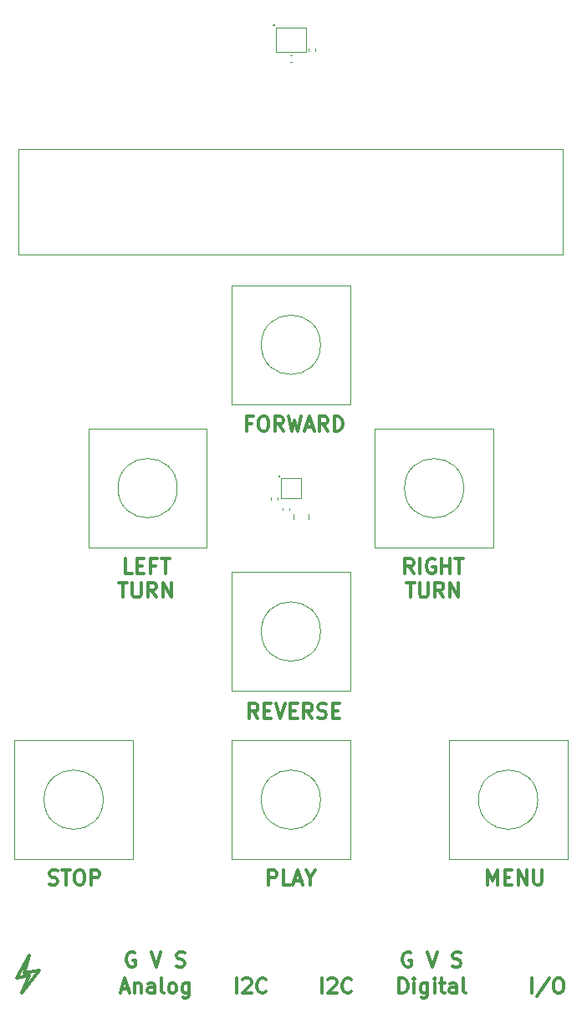
<source format=gbr>
%TF.GenerationSoftware,KiCad,Pcbnew,9.0.1-1.fc42*%
%TF.CreationDate,2025-04-23T08:50:20-04:00*%
%TF.ProjectId,roversa2,726f7665-7273-4613-922e-6b696361645f,rev?*%
%TF.SameCoordinates,Original*%
%TF.FileFunction,Legend,Top*%
%TF.FilePolarity,Positive*%
%FSLAX46Y46*%
G04 Gerber Fmt 4.6, Leading zero omitted, Abs format (unit mm)*
G04 Created by KiCad (PCBNEW 9.0.1-1.fc42) date 2025-04-23 08:50:20*
%MOMM*%
%LPD*%
G01*
G04 APERTURE LIST*
%ADD10C,0.300000*%
%ADD11C,0.150000*%
%ADD12C,0.100000*%
%ADD13C,0.120000*%
G04 APERTURE END LIST*
D10*
X74422000Y-145796000D02*
X72898000Y-146050000D01*
X73406000Y-144272000D02*
X72136000Y-146558000D01*
X72644000Y-148082000D02*
X74422000Y-145796000D01*
D11*
X98231000Y-50215800D02*
G75*
G02*
X98111000Y-50215800I-60000J0D01*
G01*
X98111000Y-50215800D02*
G75*
G02*
X98231000Y-50215800I60000J0D01*
G01*
D10*
X72898000Y-146050000D02*
X73406000Y-144272000D01*
D11*
X98739000Y-95834200D02*
G75*
G02*
X98619000Y-95834200I-60000J0D01*
G01*
X98619000Y-95834200D02*
G75*
G02*
X98739000Y-95834200I60000J0D01*
G01*
D10*
X73406000Y-146304000D02*
X72644000Y-148082000D01*
X72136000Y-146558000D02*
X73406000Y-146304000D01*
X94367510Y-148088828D02*
X94367510Y-146588828D01*
X95010368Y-146731685D02*
X95081796Y-146660257D01*
X95081796Y-146660257D02*
X95224654Y-146588828D01*
X95224654Y-146588828D02*
X95581796Y-146588828D01*
X95581796Y-146588828D02*
X95724654Y-146660257D01*
X95724654Y-146660257D02*
X95796082Y-146731685D01*
X95796082Y-146731685D02*
X95867511Y-146874542D01*
X95867511Y-146874542D02*
X95867511Y-147017400D01*
X95867511Y-147017400D02*
X95796082Y-147231685D01*
X95796082Y-147231685D02*
X94938939Y-148088828D01*
X94938939Y-148088828D02*
X95867511Y-148088828D01*
X97367510Y-147945971D02*
X97296082Y-148017400D01*
X97296082Y-148017400D02*
X97081796Y-148088828D01*
X97081796Y-148088828D02*
X96938939Y-148088828D01*
X96938939Y-148088828D02*
X96724653Y-148017400D01*
X96724653Y-148017400D02*
X96581796Y-147874542D01*
X96581796Y-147874542D02*
X96510367Y-147731685D01*
X96510367Y-147731685D02*
X96438939Y-147445971D01*
X96438939Y-147445971D02*
X96438939Y-147231685D01*
X96438939Y-147231685D02*
X96510367Y-146945971D01*
X96510367Y-146945971D02*
X96581796Y-146803114D01*
X96581796Y-146803114D02*
X96724653Y-146660257D01*
X96724653Y-146660257D02*
X96938939Y-146588828D01*
X96938939Y-146588828D02*
X97081796Y-146588828D01*
X97081796Y-146588828D02*
X97296082Y-146660257D01*
X97296082Y-146660257D02*
X97367510Y-146731685D01*
X112292999Y-105643912D02*
X111792999Y-104929626D01*
X111435856Y-105643912D02*
X111435856Y-104143912D01*
X111435856Y-104143912D02*
X112007285Y-104143912D01*
X112007285Y-104143912D02*
X112150142Y-104215341D01*
X112150142Y-104215341D02*
X112221571Y-104286769D01*
X112221571Y-104286769D02*
X112292999Y-104429626D01*
X112292999Y-104429626D02*
X112292999Y-104643912D01*
X112292999Y-104643912D02*
X112221571Y-104786769D01*
X112221571Y-104786769D02*
X112150142Y-104858198D01*
X112150142Y-104858198D02*
X112007285Y-104929626D01*
X112007285Y-104929626D02*
X111435856Y-104929626D01*
X112935856Y-105643912D02*
X112935856Y-104143912D01*
X114435857Y-104215341D02*
X114293000Y-104143912D01*
X114293000Y-104143912D02*
X114078714Y-104143912D01*
X114078714Y-104143912D02*
X113864428Y-104215341D01*
X113864428Y-104215341D02*
X113721571Y-104358198D01*
X113721571Y-104358198D02*
X113650142Y-104501055D01*
X113650142Y-104501055D02*
X113578714Y-104786769D01*
X113578714Y-104786769D02*
X113578714Y-105001055D01*
X113578714Y-105001055D02*
X113650142Y-105286769D01*
X113650142Y-105286769D02*
X113721571Y-105429626D01*
X113721571Y-105429626D02*
X113864428Y-105572484D01*
X113864428Y-105572484D02*
X114078714Y-105643912D01*
X114078714Y-105643912D02*
X114221571Y-105643912D01*
X114221571Y-105643912D02*
X114435857Y-105572484D01*
X114435857Y-105572484D02*
X114507285Y-105501055D01*
X114507285Y-105501055D02*
X114507285Y-105001055D01*
X114507285Y-105001055D02*
X114221571Y-105001055D01*
X115150142Y-105643912D02*
X115150142Y-104143912D01*
X115150142Y-104858198D02*
X116007285Y-104858198D01*
X116007285Y-105643912D02*
X116007285Y-104143912D01*
X116507286Y-104143912D02*
X117364429Y-104143912D01*
X116935857Y-105643912D02*
X116935857Y-104143912D01*
X111543000Y-106558828D02*
X112400143Y-106558828D01*
X111971571Y-108058828D02*
X111971571Y-106558828D01*
X112900142Y-106558828D02*
X112900142Y-107773114D01*
X112900142Y-107773114D02*
X112971571Y-107915971D01*
X112971571Y-107915971D02*
X113043000Y-107987400D01*
X113043000Y-107987400D02*
X113185857Y-108058828D01*
X113185857Y-108058828D02*
X113471571Y-108058828D01*
X113471571Y-108058828D02*
X113614428Y-107987400D01*
X113614428Y-107987400D02*
X113685857Y-107915971D01*
X113685857Y-107915971D02*
X113757285Y-107773114D01*
X113757285Y-107773114D02*
X113757285Y-106558828D01*
X115328714Y-108058828D02*
X114828714Y-107344542D01*
X114471571Y-108058828D02*
X114471571Y-106558828D01*
X114471571Y-106558828D02*
X115043000Y-106558828D01*
X115043000Y-106558828D02*
X115185857Y-106630257D01*
X115185857Y-106630257D02*
X115257286Y-106701685D01*
X115257286Y-106701685D02*
X115328714Y-106844542D01*
X115328714Y-106844542D02*
X115328714Y-107058828D01*
X115328714Y-107058828D02*
X115257286Y-107201685D01*
X115257286Y-107201685D02*
X115185857Y-107273114D01*
X115185857Y-107273114D02*
X115043000Y-107344542D01*
X115043000Y-107344542D02*
X114471571Y-107344542D01*
X115971571Y-108058828D02*
X115971571Y-106558828D01*
X115971571Y-106558828D02*
X116828714Y-108058828D01*
X116828714Y-108058828D02*
X116828714Y-106558828D01*
X96534653Y-120290828D02*
X96034653Y-119576542D01*
X95677510Y-120290828D02*
X95677510Y-118790828D01*
X95677510Y-118790828D02*
X96248939Y-118790828D01*
X96248939Y-118790828D02*
X96391796Y-118862257D01*
X96391796Y-118862257D02*
X96463225Y-118933685D01*
X96463225Y-118933685D02*
X96534653Y-119076542D01*
X96534653Y-119076542D02*
X96534653Y-119290828D01*
X96534653Y-119290828D02*
X96463225Y-119433685D01*
X96463225Y-119433685D02*
X96391796Y-119505114D01*
X96391796Y-119505114D02*
X96248939Y-119576542D01*
X96248939Y-119576542D02*
X95677510Y-119576542D01*
X97177510Y-119505114D02*
X97677510Y-119505114D01*
X97891796Y-120290828D02*
X97177510Y-120290828D01*
X97177510Y-120290828D02*
X97177510Y-118790828D01*
X97177510Y-118790828D02*
X97891796Y-118790828D01*
X98320368Y-118790828D02*
X98820368Y-120290828D01*
X98820368Y-120290828D02*
X99320368Y-118790828D01*
X99820367Y-119505114D02*
X100320367Y-119505114D01*
X100534653Y-120290828D02*
X99820367Y-120290828D01*
X99820367Y-120290828D02*
X99820367Y-118790828D01*
X99820367Y-118790828D02*
X100534653Y-118790828D01*
X102034653Y-120290828D02*
X101534653Y-119576542D01*
X101177510Y-120290828D02*
X101177510Y-118790828D01*
X101177510Y-118790828D02*
X101748939Y-118790828D01*
X101748939Y-118790828D02*
X101891796Y-118862257D01*
X101891796Y-118862257D02*
X101963225Y-118933685D01*
X101963225Y-118933685D02*
X102034653Y-119076542D01*
X102034653Y-119076542D02*
X102034653Y-119290828D01*
X102034653Y-119290828D02*
X101963225Y-119433685D01*
X101963225Y-119433685D02*
X101891796Y-119505114D01*
X101891796Y-119505114D02*
X101748939Y-119576542D01*
X101748939Y-119576542D02*
X101177510Y-119576542D01*
X102606082Y-120219400D02*
X102820368Y-120290828D01*
X102820368Y-120290828D02*
X103177510Y-120290828D01*
X103177510Y-120290828D02*
X103320368Y-120219400D01*
X103320368Y-120219400D02*
X103391796Y-120147971D01*
X103391796Y-120147971D02*
X103463225Y-120005114D01*
X103463225Y-120005114D02*
X103463225Y-119862257D01*
X103463225Y-119862257D02*
X103391796Y-119719400D01*
X103391796Y-119719400D02*
X103320368Y-119647971D01*
X103320368Y-119647971D02*
X103177510Y-119576542D01*
X103177510Y-119576542D02*
X102891796Y-119505114D01*
X102891796Y-119505114D02*
X102748939Y-119433685D01*
X102748939Y-119433685D02*
X102677510Y-119362257D01*
X102677510Y-119362257D02*
X102606082Y-119219400D01*
X102606082Y-119219400D02*
X102606082Y-119076542D01*
X102606082Y-119076542D02*
X102677510Y-118933685D01*
X102677510Y-118933685D02*
X102748939Y-118862257D01*
X102748939Y-118862257D02*
X102891796Y-118790828D01*
X102891796Y-118790828D02*
X103248939Y-118790828D01*
X103248939Y-118790828D02*
X103463225Y-118862257D01*
X104106081Y-119505114D02*
X104606081Y-119505114D01*
X104820367Y-120290828D02*
X104106081Y-120290828D01*
X104106081Y-120290828D02*
X104106081Y-118790828D01*
X104106081Y-118790828D02*
X104820367Y-118790828D01*
X110844652Y-148088828D02*
X110844652Y-146588828D01*
X110844652Y-146588828D02*
X111201795Y-146588828D01*
X111201795Y-146588828D02*
X111416081Y-146660257D01*
X111416081Y-146660257D02*
X111558938Y-146803114D01*
X111558938Y-146803114D02*
X111630367Y-146945971D01*
X111630367Y-146945971D02*
X111701795Y-147231685D01*
X111701795Y-147231685D02*
X111701795Y-147445971D01*
X111701795Y-147445971D02*
X111630367Y-147731685D01*
X111630367Y-147731685D02*
X111558938Y-147874542D01*
X111558938Y-147874542D02*
X111416081Y-148017400D01*
X111416081Y-148017400D02*
X111201795Y-148088828D01*
X111201795Y-148088828D02*
X110844652Y-148088828D01*
X112344652Y-148088828D02*
X112344652Y-147088828D01*
X112344652Y-146588828D02*
X112273224Y-146660257D01*
X112273224Y-146660257D02*
X112344652Y-146731685D01*
X112344652Y-146731685D02*
X112416081Y-146660257D01*
X112416081Y-146660257D02*
X112344652Y-146588828D01*
X112344652Y-146588828D02*
X112344652Y-146731685D01*
X113701796Y-147088828D02*
X113701796Y-148303114D01*
X113701796Y-148303114D02*
X113630367Y-148445971D01*
X113630367Y-148445971D02*
X113558938Y-148517400D01*
X113558938Y-148517400D02*
X113416081Y-148588828D01*
X113416081Y-148588828D02*
X113201796Y-148588828D01*
X113201796Y-148588828D02*
X113058938Y-148517400D01*
X113701796Y-148017400D02*
X113558938Y-148088828D01*
X113558938Y-148088828D02*
X113273224Y-148088828D01*
X113273224Y-148088828D02*
X113130367Y-148017400D01*
X113130367Y-148017400D02*
X113058938Y-147945971D01*
X113058938Y-147945971D02*
X112987510Y-147803114D01*
X112987510Y-147803114D02*
X112987510Y-147374542D01*
X112987510Y-147374542D02*
X113058938Y-147231685D01*
X113058938Y-147231685D02*
X113130367Y-147160257D01*
X113130367Y-147160257D02*
X113273224Y-147088828D01*
X113273224Y-147088828D02*
X113558938Y-147088828D01*
X113558938Y-147088828D02*
X113701796Y-147160257D01*
X114416081Y-148088828D02*
X114416081Y-147088828D01*
X114416081Y-146588828D02*
X114344653Y-146660257D01*
X114344653Y-146660257D02*
X114416081Y-146731685D01*
X114416081Y-146731685D02*
X114487510Y-146660257D01*
X114487510Y-146660257D02*
X114416081Y-146588828D01*
X114416081Y-146588828D02*
X114416081Y-146731685D01*
X114916082Y-147088828D02*
X115487510Y-147088828D01*
X115130367Y-146588828D02*
X115130367Y-147874542D01*
X115130367Y-147874542D02*
X115201796Y-148017400D01*
X115201796Y-148017400D02*
X115344653Y-148088828D01*
X115344653Y-148088828D02*
X115487510Y-148088828D01*
X116630368Y-148088828D02*
X116630368Y-147303114D01*
X116630368Y-147303114D02*
X116558939Y-147160257D01*
X116558939Y-147160257D02*
X116416082Y-147088828D01*
X116416082Y-147088828D02*
X116130368Y-147088828D01*
X116130368Y-147088828D02*
X115987510Y-147160257D01*
X116630368Y-148017400D02*
X116487510Y-148088828D01*
X116487510Y-148088828D02*
X116130368Y-148088828D01*
X116130368Y-148088828D02*
X115987510Y-148017400D01*
X115987510Y-148017400D02*
X115916082Y-147874542D01*
X115916082Y-147874542D02*
X115916082Y-147731685D01*
X115916082Y-147731685D02*
X115987510Y-147588828D01*
X115987510Y-147588828D02*
X116130368Y-147517400D01*
X116130368Y-147517400D02*
X116487510Y-147517400D01*
X116487510Y-147517400D02*
X116630368Y-147445971D01*
X117558939Y-148088828D02*
X117416082Y-148017400D01*
X117416082Y-148017400D02*
X117344653Y-147874542D01*
X117344653Y-147874542D02*
X117344653Y-146588828D01*
X95891796Y-90469114D02*
X95391796Y-90469114D01*
X95391796Y-91254828D02*
X95391796Y-89754828D01*
X95391796Y-89754828D02*
X96106082Y-89754828D01*
X96963225Y-89754828D02*
X97248939Y-89754828D01*
X97248939Y-89754828D02*
X97391796Y-89826257D01*
X97391796Y-89826257D02*
X97534653Y-89969114D01*
X97534653Y-89969114D02*
X97606082Y-90254828D01*
X97606082Y-90254828D02*
X97606082Y-90754828D01*
X97606082Y-90754828D02*
X97534653Y-91040542D01*
X97534653Y-91040542D02*
X97391796Y-91183400D01*
X97391796Y-91183400D02*
X97248939Y-91254828D01*
X97248939Y-91254828D02*
X96963225Y-91254828D01*
X96963225Y-91254828D02*
X96820368Y-91183400D01*
X96820368Y-91183400D02*
X96677510Y-91040542D01*
X96677510Y-91040542D02*
X96606082Y-90754828D01*
X96606082Y-90754828D02*
X96606082Y-90254828D01*
X96606082Y-90254828D02*
X96677510Y-89969114D01*
X96677510Y-89969114D02*
X96820368Y-89826257D01*
X96820368Y-89826257D02*
X96963225Y-89754828D01*
X99106082Y-91254828D02*
X98606082Y-90540542D01*
X98248939Y-91254828D02*
X98248939Y-89754828D01*
X98248939Y-89754828D02*
X98820368Y-89754828D01*
X98820368Y-89754828D02*
X98963225Y-89826257D01*
X98963225Y-89826257D02*
X99034654Y-89897685D01*
X99034654Y-89897685D02*
X99106082Y-90040542D01*
X99106082Y-90040542D02*
X99106082Y-90254828D01*
X99106082Y-90254828D02*
X99034654Y-90397685D01*
X99034654Y-90397685D02*
X98963225Y-90469114D01*
X98963225Y-90469114D02*
X98820368Y-90540542D01*
X98820368Y-90540542D02*
X98248939Y-90540542D01*
X99606082Y-89754828D02*
X99963225Y-91254828D01*
X99963225Y-91254828D02*
X100248939Y-90183400D01*
X100248939Y-90183400D02*
X100534654Y-91254828D01*
X100534654Y-91254828D02*
X100891797Y-89754828D01*
X101391797Y-90826257D02*
X102106083Y-90826257D01*
X101248940Y-91254828D02*
X101748940Y-89754828D01*
X101748940Y-89754828D02*
X102248940Y-91254828D01*
X103606082Y-91254828D02*
X103106082Y-90540542D01*
X102748939Y-91254828D02*
X102748939Y-89754828D01*
X102748939Y-89754828D02*
X103320368Y-89754828D01*
X103320368Y-89754828D02*
X103463225Y-89826257D01*
X103463225Y-89826257D02*
X103534654Y-89897685D01*
X103534654Y-89897685D02*
X103606082Y-90040542D01*
X103606082Y-90040542D02*
X103606082Y-90254828D01*
X103606082Y-90254828D02*
X103534654Y-90397685D01*
X103534654Y-90397685D02*
X103463225Y-90469114D01*
X103463225Y-90469114D02*
X103320368Y-90540542D01*
X103320368Y-90540542D02*
X102748939Y-90540542D01*
X104248939Y-91254828D02*
X104248939Y-89754828D01*
X104248939Y-89754828D02*
X104606082Y-89754828D01*
X104606082Y-89754828D02*
X104820368Y-89826257D01*
X104820368Y-89826257D02*
X104963225Y-89969114D01*
X104963225Y-89969114D02*
X105034654Y-90111971D01*
X105034654Y-90111971D02*
X105106082Y-90397685D01*
X105106082Y-90397685D02*
X105106082Y-90611971D01*
X105106082Y-90611971D02*
X105034654Y-90897685D01*
X105034654Y-90897685D02*
X104963225Y-91040542D01*
X104963225Y-91040542D02*
X104820368Y-91183400D01*
X104820368Y-91183400D02*
X104606082Y-91254828D01*
X104606082Y-91254828D02*
X104248939Y-91254828D01*
X75413082Y-137063400D02*
X75627368Y-137134828D01*
X75627368Y-137134828D02*
X75984510Y-137134828D01*
X75984510Y-137134828D02*
X76127368Y-137063400D01*
X76127368Y-137063400D02*
X76198796Y-136991971D01*
X76198796Y-136991971D02*
X76270225Y-136849114D01*
X76270225Y-136849114D02*
X76270225Y-136706257D01*
X76270225Y-136706257D02*
X76198796Y-136563400D01*
X76198796Y-136563400D02*
X76127368Y-136491971D01*
X76127368Y-136491971D02*
X75984510Y-136420542D01*
X75984510Y-136420542D02*
X75698796Y-136349114D01*
X75698796Y-136349114D02*
X75555939Y-136277685D01*
X75555939Y-136277685D02*
X75484510Y-136206257D01*
X75484510Y-136206257D02*
X75413082Y-136063400D01*
X75413082Y-136063400D02*
X75413082Y-135920542D01*
X75413082Y-135920542D02*
X75484510Y-135777685D01*
X75484510Y-135777685D02*
X75555939Y-135706257D01*
X75555939Y-135706257D02*
X75698796Y-135634828D01*
X75698796Y-135634828D02*
X76055939Y-135634828D01*
X76055939Y-135634828D02*
X76270225Y-135706257D01*
X76698796Y-135634828D02*
X77555939Y-135634828D01*
X77127367Y-137134828D02*
X77127367Y-135634828D01*
X78341653Y-135634828D02*
X78627367Y-135634828D01*
X78627367Y-135634828D02*
X78770224Y-135706257D01*
X78770224Y-135706257D02*
X78913081Y-135849114D01*
X78913081Y-135849114D02*
X78984510Y-136134828D01*
X78984510Y-136134828D02*
X78984510Y-136634828D01*
X78984510Y-136634828D02*
X78913081Y-136920542D01*
X78913081Y-136920542D02*
X78770224Y-137063400D01*
X78770224Y-137063400D02*
X78627367Y-137134828D01*
X78627367Y-137134828D02*
X78341653Y-137134828D01*
X78341653Y-137134828D02*
X78198796Y-137063400D01*
X78198796Y-137063400D02*
X78055938Y-136920542D01*
X78055938Y-136920542D02*
X77984510Y-136634828D01*
X77984510Y-136634828D02*
X77984510Y-136134828D01*
X77984510Y-136134828D02*
X78055938Y-135849114D01*
X78055938Y-135849114D02*
X78198796Y-135706257D01*
X78198796Y-135706257D02*
X78341653Y-135634828D01*
X79627367Y-137134828D02*
X79627367Y-135634828D01*
X79627367Y-135634828D02*
X80198796Y-135634828D01*
X80198796Y-135634828D02*
X80341653Y-135706257D01*
X80341653Y-135706257D02*
X80413082Y-135777685D01*
X80413082Y-135777685D02*
X80484510Y-135920542D01*
X80484510Y-135920542D02*
X80484510Y-136134828D01*
X80484510Y-136134828D02*
X80413082Y-136277685D01*
X80413082Y-136277685D02*
X80341653Y-136349114D01*
X80341653Y-136349114D02*
X80198796Y-136420542D01*
X80198796Y-136420542D02*
X79627367Y-136420542D01*
X103003510Y-148088828D02*
X103003510Y-146588828D01*
X103646368Y-146731685D02*
X103717796Y-146660257D01*
X103717796Y-146660257D02*
X103860654Y-146588828D01*
X103860654Y-146588828D02*
X104217796Y-146588828D01*
X104217796Y-146588828D02*
X104360654Y-146660257D01*
X104360654Y-146660257D02*
X104432082Y-146731685D01*
X104432082Y-146731685D02*
X104503511Y-146874542D01*
X104503511Y-146874542D02*
X104503511Y-147017400D01*
X104503511Y-147017400D02*
X104432082Y-147231685D01*
X104432082Y-147231685D02*
X103574939Y-148088828D01*
X103574939Y-148088828D02*
X104503511Y-148088828D01*
X106003510Y-147945971D02*
X105932082Y-148017400D01*
X105932082Y-148017400D02*
X105717796Y-148088828D01*
X105717796Y-148088828D02*
X105574939Y-148088828D01*
X105574939Y-148088828D02*
X105360653Y-148017400D01*
X105360653Y-148017400D02*
X105217796Y-147874542D01*
X105217796Y-147874542D02*
X105146367Y-147731685D01*
X105146367Y-147731685D02*
X105074939Y-147445971D01*
X105074939Y-147445971D02*
X105074939Y-147231685D01*
X105074939Y-147231685D02*
X105146367Y-146945971D01*
X105146367Y-146945971D02*
X105217796Y-146803114D01*
X105217796Y-146803114D02*
X105360653Y-146660257D01*
X105360653Y-146660257D02*
X105574939Y-146588828D01*
X105574939Y-146588828D02*
X105717796Y-146588828D01*
X105717796Y-146588828D02*
X105932082Y-146660257D01*
X105932082Y-146660257D02*
X106003510Y-146731685D01*
X83795428Y-105643912D02*
X83081142Y-105643912D01*
X83081142Y-105643912D02*
X83081142Y-104143912D01*
X84295428Y-104858198D02*
X84795428Y-104858198D01*
X85009714Y-105643912D02*
X84295428Y-105643912D01*
X84295428Y-105643912D02*
X84295428Y-104143912D01*
X84295428Y-104143912D02*
X85009714Y-104143912D01*
X86152571Y-104858198D02*
X85652571Y-104858198D01*
X85652571Y-105643912D02*
X85652571Y-104143912D01*
X85652571Y-104143912D02*
X86366857Y-104143912D01*
X86724000Y-104143912D02*
X87581143Y-104143912D01*
X87152571Y-105643912D02*
X87152571Y-104143912D01*
X82474000Y-106558828D02*
X83331143Y-106558828D01*
X82902571Y-108058828D02*
X82902571Y-106558828D01*
X83831142Y-106558828D02*
X83831142Y-107773114D01*
X83831142Y-107773114D02*
X83902571Y-107915971D01*
X83902571Y-107915971D02*
X83974000Y-107987400D01*
X83974000Y-107987400D02*
X84116857Y-108058828D01*
X84116857Y-108058828D02*
X84402571Y-108058828D01*
X84402571Y-108058828D02*
X84545428Y-107987400D01*
X84545428Y-107987400D02*
X84616857Y-107915971D01*
X84616857Y-107915971D02*
X84688285Y-107773114D01*
X84688285Y-107773114D02*
X84688285Y-106558828D01*
X86259714Y-108058828D02*
X85759714Y-107344542D01*
X85402571Y-108058828D02*
X85402571Y-106558828D01*
X85402571Y-106558828D02*
X85974000Y-106558828D01*
X85974000Y-106558828D02*
X86116857Y-106630257D01*
X86116857Y-106630257D02*
X86188286Y-106701685D01*
X86188286Y-106701685D02*
X86259714Y-106844542D01*
X86259714Y-106844542D02*
X86259714Y-107058828D01*
X86259714Y-107058828D02*
X86188286Y-107201685D01*
X86188286Y-107201685D02*
X86116857Y-107273114D01*
X86116857Y-107273114D02*
X85974000Y-107344542D01*
X85974000Y-107344542D02*
X85402571Y-107344542D01*
X86902571Y-108058828D02*
X86902571Y-106558828D01*
X86902571Y-106558828D02*
X87759714Y-108058828D01*
X87759714Y-108058828D02*
X87759714Y-106558828D01*
X84071225Y-143993257D02*
X83928368Y-143921828D01*
X83928368Y-143921828D02*
X83714082Y-143921828D01*
X83714082Y-143921828D02*
X83499796Y-143993257D01*
X83499796Y-143993257D02*
X83356939Y-144136114D01*
X83356939Y-144136114D02*
X83285510Y-144278971D01*
X83285510Y-144278971D02*
X83214082Y-144564685D01*
X83214082Y-144564685D02*
X83214082Y-144778971D01*
X83214082Y-144778971D02*
X83285510Y-145064685D01*
X83285510Y-145064685D02*
X83356939Y-145207542D01*
X83356939Y-145207542D02*
X83499796Y-145350400D01*
X83499796Y-145350400D02*
X83714082Y-145421828D01*
X83714082Y-145421828D02*
X83856939Y-145421828D01*
X83856939Y-145421828D02*
X84071225Y-145350400D01*
X84071225Y-145350400D02*
X84142653Y-145278971D01*
X84142653Y-145278971D02*
X84142653Y-144778971D01*
X84142653Y-144778971D02*
X83856939Y-144778971D01*
X85714082Y-143921828D02*
X86214082Y-145421828D01*
X86214082Y-145421828D02*
X86714082Y-143921828D01*
X88285510Y-145350400D02*
X88499796Y-145421828D01*
X88499796Y-145421828D02*
X88856938Y-145421828D01*
X88856938Y-145421828D02*
X88999796Y-145350400D01*
X88999796Y-145350400D02*
X89071224Y-145278971D01*
X89071224Y-145278971D02*
X89142653Y-145136114D01*
X89142653Y-145136114D02*
X89142653Y-144993257D01*
X89142653Y-144993257D02*
X89071224Y-144850400D01*
X89071224Y-144850400D02*
X88999796Y-144778971D01*
X88999796Y-144778971D02*
X88856938Y-144707542D01*
X88856938Y-144707542D02*
X88571224Y-144636114D01*
X88571224Y-144636114D02*
X88428367Y-144564685D01*
X88428367Y-144564685D02*
X88356938Y-144493257D01*
X88356938Y-144493257D02*
X88285510Y-144350400D01*
X88285510Y-144350400D02*
X88285510Y-144207542D01*
X88285510Y-144207542D02*
X88356938Y-144064685D01*
X88356938Y-144064685D02*
X88428367Y-143993257D01*
X88428367Y-143993257D02*
X88571224Y-143921828D01*
X88571224Y-143921828D02*
X88928367Y-143921828D01*
X88928367Y-143921828D02*
X89142653Y-143993257D01*
X112023225Y-143993257D02*
X111880368Y-143921828D01*
X111880368Y-143921828D02*
X111666082Y-143921828D01*
X111666082Y-143921828D02*
X111451796Y-143993257D01*
X111451796Y-143993257D02*
X111308939Y-144136114D01*
X111308939Y-144136114D02*
X111237510Y-144278971D01*
X111237510Y-144278971D02*
X111166082Y-144564685D01*
X111166082Y-144564685D02*
X111166082Y-144778971D01*
X111166082Y-144778971D02*
X111237510Y-145064685D01*
X111237510Y-145064685D02*
X111308939Y-145207542D01*
X111308939Y-145207542D02*
X111451796Y-145350400D01*
X111451796Y-145350400D02*
X111666082Y-145421828D01*
X111666082Y-145421828D02*
X111808939Y-145421828D01*
X111808939Y-145421828D02*
X112023225Y-145350400D01*
X112023225Y-145350400D02*
X112094653Y-145278971D01*
X112094653Y-145278971D02*
X112094653Y-144778971D01*
X112094653Y-144778971D02*
X111808939Y-144778971D01*
X113666082Y-143921828D02*
X114166082Y-145421828D01*
X114166082Y-145421828D02*
X114666082Y-143921828D01*
X116237510Y-145350400D02*
X116451796Y-145421828D01*
X116451796Y-145421828D02*
X116808938Y-145421828D01*
X116808938Y-145421828D02*
X116951796Y-145350400D01*
X116951796Y-145350400D02*
X117023224Y-145278971D01*
X117023224Y-145278971D02*
X117094653Y-145136114D01*
X117094653Y-145136114D02*
X117094653Y-144993257D01*
X117094653Y-144993257D02*
X117023224Y-144850400D01*
X117023224Y-144850400D02*
X116951796Y-144778971D01*
X116951796Y-144778971D02*
X116808938Y-144707542D01*
X116808938Y-144707542D02*
X116523224Y-144636114D01*
X116523224Y-144636114D02*
X116380367Y-144564685D01*
X116380367Y-144564685D02*
X116308938Y-144493257D01*
X116308938Y-144493257D02*
X116237510Y-144350400D01*
X116237510Y-144350400D02*
X116237510Y-144207542D01*
X116237510Y-144207542D02*
X116308938Y-144064685D01*
X116308938Y-144064685D02*
X116380367Y-143993257D01*
X116380367Y-143993257D02*
X116523224Y-143921828D01*
X116523224Y-143921828D02*
X116880367Y-143921828D01*
X116880367Y-143921828D02*
X117094653Y-143993257D01*
X124252510Y-148088828D02*
X124252510Y-146588828D01*
X126038225Y-146517400D02*
X124752511Y-148445971D01*
X126823940Y-146588828D02*
X127109654Y-146588828D01*
X127109654Y-146588828D02*
X127252511Y-146660257D01*
X127252511Y-146660257D02*
X127395368Y-146803114D01*
X127395368Y-146803114D02*
X127466797Y-147088828D01*
X127466797Y-147088828D02*
X127466797Y-147588828D01*
X127466797Y-147588828D02*
X127395368Y-147874542D01*
X127395368Y-147874542D02*
X127252511Y-148017400D01*
X127252511Y-148017400D02*
X127109654Y-148088828D01*
X127109654Y-148088828D02*
X126823940Y-148088828D01*
X126823940Y-148088828D02*
X126681083Y-148017400D01*
X126681083Y-148017400D02*
X126538225Y-147874542D01*
X126538225Y-147874542D02*
X126466797Y-147588828D01*
X126466797Y-147588828D02*
X126466797Y-147088828D01*
X126466797Y-147088828D02*
X126538225Y-146803114D01*
X126538225Y-146803114D02*
X126681083Y-146660257D01*
X126681083Y-146660257D02*
X126823940Y-146588828D01*
X97587085Y-137134828D02*
X97587085Y-135634828D01*
X97587085Y-135634828D02*
X98158514Y-135634828D01*
X98158514Y-135634828D02*
X98301371Y-135706257D01*
X98301371Y-135706257D02*
X98372800Y-135777685D01*
X98372800Y-135777685D02*
X98444228Y-135920542D01*
X98444228Y-135920542D02*
X98444228Y-136134828D01*
X98444228Y-136134828D02*
X98372800Y-136277685D01*
X98372800Y-136277685D02*
X98301371Y-136349114D01*
X98301371Y-136349114D02*
X98158514Y-136420542D01*
X98158514Y-136420542D02*
X97587085Y-136420542D01*
X99801371Y-137134828D02*
X99087085Y-137134828D01*
X99087085Y-137134828D02*
X99087085Y-135634828D01*
X100229943Y-136706257D02*
X100944229Y-136706257D01*
X100087086Y-137134828D02*
X100587086Y-135634828D01*
X100587086Y-135634828D02*
X101087086Y-137134828D01*
X101872800Y-136420542D02*
X101872800Y-137134828D01*
X101372800Y-135634828D02*
X101872800Y-136420542D01*
X101872800Y-136420542D02*
X102372800Y-135634828D01*
X119807510Y-137134828D02*
X119807510Y-135634828D01*
X119807510Y-135634828D02*
X120307510Y-136706257D01*
X120307510Y-136706257D02*
X120807510Y-135634828D01*
X120807510Y-135634828D02*
X120807510Y-137134828D01*
X121521796Y-136349114D02*
X122021796Y-136349114D01*
X122236082Y-137134828D02*
X121521796Y-137134828D01*
X121521796Y-137134828D02*
X121521796Y-135634828D01*
X121521796Y-135634828D02*
X122236082Y-135634828D01*
X122878939Y-137134828D02*
X122878939Y-135634828D01*
X122878939Y-135634828D02*
X123736082Y-137134828D01*
X123736082Y-137134828D02*
X123736082Y-135634828D01*
X124450368Y-135634828D02*
X124450368Y-136849114D01*
X124450368Y-136849114D02*
X124521797Y-136991971D01*
X124521797Y-136991971D02*
X124593226Y-137063400D01*
X124593226Y-137063400D02*
X124736083Y-137134828D01*
X124736083Y-137134828D02*
X125021797Y-137134828D01*
X125021797Y-137134828D02*
X125164654Y-137063400D01*
X125164654Y-137063400D02*
X125236083Y-136991971D01*
X125236083Y-136991971D02*
X125307511Y-136849114D01*
X125307511Y-136849114D02*
X125307511Y-135634828D01*
X82714081Y-147660257D02*
X83428367Y-147660257D01*
X82571224Y-148088828D02*
X83071224Y-146588828D01*
X83071224Y-146588828D02*
X83571224Y-148088828D01*
X84071223Y-147088828D02*
X84071223Y-148088828D01*
X84071223Y-147231685D02*
X84142652Y-147160257D01*
X84142652Y-147160257D02*
X84285509Y-147088828D01*
X84285509Y-147088828D02*
X84499795Y-147088828D01*
X84499795Y-147088828D02*
X84642652Y-147160257D01*
X84642652Y-147160257D02*
X84714081Y-147303114D01*
X84714081Y-147303114D02*
X84714081Y-148088828D01*
X86071224Y-148088828D02*
X86071224Y-147303114D01*
X86071224Y-147303114D02*
X85999795Y-147160257D01*
X85999795Y-147160257D02*
X85856938Y-147088828D01*
X85856938Y-147088828D02*
X85571224Y-147088828D01*
X85571224Y-147088828D02*
X85428366Y-147160257D01*
X86071224Y-148017400D02*
X85928366Y-148088828D01*
X85928366Y-148088828D02*
X85571224Y-148088828D01*
X85571224Y-148088828D02*
X85428366Y-148017400D01*
X85428366Y-148017400D02*
X85356938Y-147874542D01*
X85356938Y-147874542D02*
X85356938Y-147731685D01*
X85356938Y-147731685D02*
X85428366Y-147588828D01*
X85428366Y-147588828D02*
X85571224Y-147517400D01*
X85571224Y-147517400D02*
X85928366Y-147517400D01*
X85928366Y-147517400D02*
X86071224Y-147445971D01*
X86999795Y-148088828D02*
X86856938Y-148017400D01*
X86856938Y-148017400D02*
X86785509Y-147874542D01*
X86785509Y-147874542D02*
X86785509Y-146588828D01*
X87785509Y-148088828D02*
X87642652Y-148017400D01*
X87642652Y-148017400D02*
X87571223Y-147945971D01*
X87571223Y-147945971D02*
X87499795Y-147803114D01*
X87499795Y-147803114D02*
X87499795Y-147374542D01*
X87499795Y-147374542D02*
X87571223Y-147231685D01*
X87571223Y-147231685D02*
X87642652Y-147160257D01*
X87642652Y-147160257D02*
X87785509Y-147088828D01*
X87785509Y-147088828D02*
X87999795Y-147088828D01*
X87999795Y-147088828D02*
X88142652Y-147160257D01*
X88142652Y-147160257D02*
X88214081Y-147231685D01*
X88214081Y-147231685D02*
X88285509Y-147374542D01*
X88285509Y-147374542D02*
X88285509Y-147803114D01*
X88285509Y-147803114D02*
X88214081Y-147945971D01*
X88214081Y-147945971D02*
X88142652Y-148017400D01*
X88142652Y-148017400D02*
X87999795Y-148088828D01*
X87999795Y-148088828D02*
X87785509Y-148088828D01*
X89571224Y-147088828D02*
X89571224Y-148303114D01*
X89571224Y-148303114D02*
X89499795Y-148445971D01*
X89499795Y-148445971D02*
X89428366Y-148517400D01*
X89428366Y-148517400D02*
X89285509Y-148588828D01*
X89285509Y-148588828D02*
X89071224Y-148588828D01*
X89071224Y-148588828D02*
X88928366Y-148517400D01*
X89571224Y-148017400D02*
X89428366Y-148088828D01*
X89428366Y-148088828D02*
X89142652Y-148088828D01*
X89142652Y-148088828D02*
X88999795Y-148017400D01*
X88999795Y-148017400D02*
X88928366Y-147945971D01*
X88928366Y-147945971D02*
X88856938Y-147803114D01*
X88856938Y-147803114D02*
X88856938Y-147374542D01*
X88856938Y-147374542D02*
X88928366Y-147231685D01*
X88928366Y-147231685D02*
X88999795Y-147160257D01*
X88999795Y-147160257D02*
X89142652Y-147088828D01*
X89142652Y-147088828D02*
X89428366Y-147088828D01*
X89428366Y-147088828D02*
X89571224Y-147160257D01*
%TO.C,SW2*%
D12*
X93872800Y-122521900D02*
X105872800Y-122521900D01*
X105872800Y-134521900D01*
X93872800Y-134521900D01*
X93872800Y-122521900D01*
X102872800Y-128521900D02*
G75*
G02*
X96872800Y-128521900I-3000000J0D01*
G01*
X96872800Y-128521900D02*
G75*
G02*
X102872800Y-128521900I3000000J0D01*
G01*
D13*
%TO.C,C6*%
X100179200Y-99636948D02*
X100179200Y-100159452D01*
X101649200Y-99636948D02*
X101649200Y-100159452D01*
%TO.C,C5*%
X97836400Y-98199336D02*
X97836400Y-97983664D01*
X98556400Y-98199336D02*
X98556400Y-97983664D01*
%TO.C,EC1*%
D12*
X72313800Y-62718900D02*
X127431800Y-62718900D01*
X127431800Y-73386900D01*
X72313800Y-73386900D01*
X72313800Y-62718900D01*
D13*
%TO.C,C8*%
X101621000Y-52580064D02*
X101621000Y-52795736D01*
X102341000Y-52580064D02*
X102341000Y-52795736D01*
%TO.C,SW3*%
D12*
X115872800Y-122521900D02*
X127872800Y-122521900D01*
X127872800Y-134521900D01*
X115872800Y-134521900D01*
X115872800Y-122521900D01*
X124872800Y-128521900D02*
G75*
G02*
X118872800Y-128521900I-3000000J0D01*
G01*
X118872800Y-128521900D02*
G75*
G02*
X124872800Y-128521900I3000000J0D01*
G01*
%TO.C,SW8*%
X79372800Y-91021900D02*
X91372800Y-91021900D01*
X91372800Y-103021900D01*
X79372800Y-103021900D01*
X79372800Y-91021900D01*
X88372800Y-97021900D02*
G75*
G02*
X82372800Y-97021900I-3000000J0D01*
G01*
X82372800Y-97021900D02*
G75*
G02*
X88372800Y-97021900I3000000J0D01*
G01*
D13*
%TO.C,C9*%
X99764964Y-53216900D02*
X99980636Y-53216900D01*
X99764964Y-53936900D02*
X99980636Y-53936900D01*
%TO.C,SW7*%
D12*
X108372800Y-91021900D02*
X120372800Y-91021900D01*
X120372800Y-103021900D01*
X108372800Y-103021900D01*
X108372800Y-91021900D01*
X117372800Y-97021900D02*
G75*
G02*
X111372800Y-97021900I-3000000J0D01*
G01*
X111372800Y-97021900D02*
G75*
G02*
X117372800Y-97021900I3000000J0D01*
G01*
D13*
%TO.C,C7*%
X99030200Y-99028364D02*
X99030200Y-99244036D01*
X99750200Y-99028364D02*
X99750200Y-99244036D01*
%TO.C,SW6*%
D12*
X93872800Y-105521900D02*
X105872800Y-105521900D01*
X105872800Y-117521900D01*
X93872800Y-117521900D01*
X93872800Y-105521900D01*
X102872800Y-111521900D02*
G75*
G02*
X96872800Y-111521900I-3000000J0D01*
G01*
X96872800Y-111521900D02*
G75*
G02*
X102872800Y-111521900I3000000J0D01*
G01*
%TO.C,SW4*%
X71872800Y-122521900D02*
X83872800Y-122521900D01*
X83872800Y-134521900D01*
X71872800Y-134521900D01*
X71872800Y-122521900D01*
X80872800Y-128521900D02*
G75*
G02*
X74872800Y-128521900I-3000000J0D01*
G01*
X74872800Y-128521900D02*
G75*
G02*
X80872800Y-128521900I3000000J0D01*
G01*
%TO.C,SW5*%
X93872800Y-76521900D02*
X105872800Y-76521900D01*
X105872800Y-88521900D01*
X93872800Y-88521900D01*
X93872800Y-76521900D01*
X102872800Y-82521900D02*
G75*
G02*
X96872800Y-82521900I-3000000J0D01*
G01*
X96872800Y-82521900D02*
G75*
G02*
X102872800Y-82521900I3000000J0D01*
G01*
%TO.C,U4*%
X98372800Y-50421900D02*
X101372800Y-50421900D01*
X101372800Y-52921900D01*
X98372800Y-52921900D01*
X98372800Y-50421900D01*
%TO.C,U3*%
X98872800Y-96021900D02*
X100872800Y-96021900D01*
X100872800Y-98021900D01*
X98872800Y-98021900D01*
X98872800Y-96021900D01*
%TD*%
M02*

</source>
